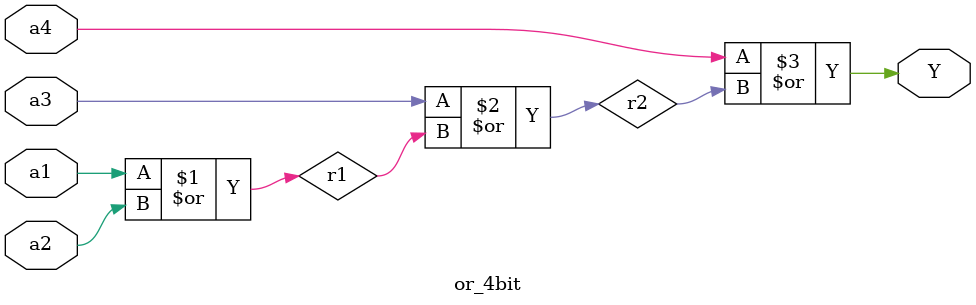
<source format=v>
module or_4bit (output Y, input a1, input a2, input a3, input a4);
	wire r1, r2;
	or or1(r1, a1, a2);
	or or2(r2, a3, r1);
	or or3(Y, a4, r2);
endmodule
</source>
